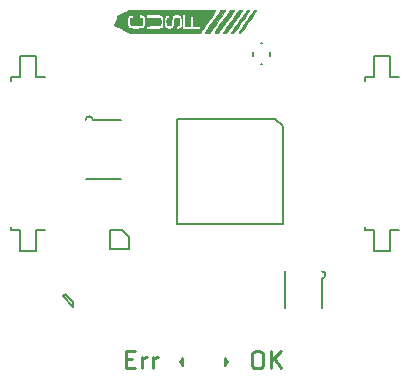
<source format=gto>
G04 #@! TF.FileFunction,Legend,Top*
%FSLAX46Y46*%
G04 Gerber Fmt 4.6, Leading zero omitted, Abs format (unit mm)*
G04 Created by KiCad (PCBNEW 4.1.0-alpha+201605071002+6776~44~ubuntu14.04.1-product) date Sun 26 Jun 2016 16:38:28 BST*
%MOMM*%
%LPD*%
G01*
G04 APERTURE LIST*
%ADD10C,0.100000*%
%ADD11C,0.250000*%
%ADD12C,0.150000*%
%ADD13C,1.588000*%
%ADD14C,2.100000*%
%ADD15R,0.300000X1.500000*%
%ADD16R,1.500000X0.300000*%
%ADD17R,2.220000X0.740000*%
%ADD18C,1.200000*%
%ADD19R,0.620000X0.620000*%
%ADD20R,0.200000X0.400000*%
%ADD21R,0.400000X0.200000*%
%ADD22R,0.350000X0.650000*%
%ADD23R,0.802000X0.802000*%
%ADD24R,0.950000X1.000000*%
%ADD25R,1.100000X0.600000*%
%ADD26R,0.850000X0.950000*%
%ADD27C,1.000000*%
%ADD28C,6.300000*%
%ADD29C,0.600000*%
G04 APERTURE END LIST*
D10*
D11*
X93350000Y-117392857D02*
X93850000Y-117392857D01*
X94064285Y-118178571D02*
X93350000Y-118178571D01*
X93350000Y-116678571D01*
X94064285Y-116678571D01*
X94707142Y-118178571D02*
X94707142Y-117178571D01*
X94707142Y-117464285D02*
X94778571Y-117321428D01*
X94850000Y-117250000D01*
X94992857Y-117178571D01*
X95135714Y-117178571D01*
X95635714Y-118178571D02*
X95635714Y-117178571D01*
X95635714Y-117464285D02*
X95707142Y-117321428D01*
X95778571Y-117250000D01*
X95921428Y-117178571D01*
X96064285Y-117178571D01*
X104307142Y-116678571D02*
X104592857Y-116678571D01*
X104735714Y-116750000D01*
X104878571Y-116892857D01*
X104950000Y-117178571D01*
X104950000Y-117678571D01*
X104878571Y-117964285D01*
X104735714Y-118107142D01*
X104592857Y-118178571D01*
X104307142Y-118178571D01*
X104164285Y-118107142D01*
X104021428Y-117964285D01*
X103950000Y-117678571D01*
X103950000Y-117178571D01*
X104021428Y-116892857D01*
X104164285Y-116750000D01*
X104307142Y-116678571D01*
X105592857Y-118178571D02*
X105592857Y-116678571D01*
X106450000Y-118178571D02*
X105807142Y-117321428D01*
X106450000Y-116678571D02*
X105592857Y-117535714D01*
D12*
X106569953Y-97658473D02*
X106569953Y-105958473D01*
X106569953Y-105958473D02*
X97669953Y-105958473D01*
X97669953Y-105958473D02*
X97669953Y-97058473D01*
X97669953Y-97058473D02*
X105969953Y-97058473D01*
X105969953Y-97058473D02*
X106569953Y-97658473D01*
X86450000Y-106465000D02*
X85685000Y-106465000D01*
X85685000Y-106465000D02*
X85685000Y-108245000D01*
X85685000Y-108245000D02*
X84315000Y-108245000D01*
X84315000Y-108245000D02*
X84315000Y-106465000D01*
X84315000Y-106465000D02*
X83550000Y-106465000D01*
X83550000Y-106465000D02*
X83550000Y-106165000D01*
X83550000Y-93835000D02*
X83550000Y-93535000D01*
X83550000Y-93535000D02*
X84315000Y-93535000D01*
X84315000Y-93535000D02*
X84315000Y-91755000D01*
X84315000Y-91755000D02*
X85685000Y-91755000D01*
X85685000Y-91755000D02*
X85685000Y-93535000D01*
X85685000Y-93535000D02*
X86450000Y-93535000D01*
X93550000Y-107050000D02*
X93550000Y-108050000D01*
X93550000Y-108050000D02*
X91950000Y-108050000D01*
X91950000Y-108050000D02*
X91950000Y-106450000D01*
X91950000Y-106450000D02*
X92950000Y-106450000D01*
X92950000Y-106450000D02*
X93550000Y-107050000D01*
X116450000Y-106465000D02*
X115685000Y-106465000D01*
X115685000Y-106465000D02*
X115685000Y-108245000D01*
X115685000Y-108245000D02*
X114315000Y-108245000D01*
X114315000Y-108245000D02*
X114315000Y-106465000D01*
X114315000Y-106465000D02*
X113550000Y-106465000D01*
X113550000Y-106465000D02*
X113550000Y-106165000D01*
X113550000Y-93835000D02*
X113550000Y-93535000D01*
X113550000Y-93535000D02*
X114315000Y-93535000D01*
X114315000Y-93535000D02*
X114315000Y-91755000D01*
X114315000Y-91755000D02*
X115685000Y-91755000D01*
X115685000Y-91755000D02*
X115685000Y-93535000D01*
X115685000Y-93535000D02*
X116450000Y-93535000D01*
X109900000Y-110550000D02*
X109900000Y-113050000D01*
X106800000Y-109950000D02*
X106800000Y-113050000D01*
X109900000Y-110550000D02*
G75*
G03X109900000Y-109950000I0J300000D01*
G01*
X97875000Y-117600000D02*
X98125000Y-117275000D01*
X97875000Y-117600000D02*
X98125000Y-117925000D01*
X98125000Y-117275000D02*
X98125000Y-117925000D01*
X101925000Y-117600000D02*
X101675000Y-117925000D01*
X101925000Y-117600000D02*
X101675000Y-117275000D01*
X101675000Y-117925000D02*
X101675000Y-117275000D01*
X90500000Y-97125000D02*
X92900000Y-97125000D01*
X89900000Y-102125000D02*
X92900000Y-102125000D01*
X90500000Y-97125000D02*
G75*
G03X89900000Y-97125000I-300000J0D01*
G01*
X104844953Y-90633473D02*
X104744953Y-90633473D01*
X105494953Y-91683473D02*
X105494953Y-91383473D01*
X104844953Y-92433473D02*
X104744953Y-92433473D01*
X104094953Y-91683473D02*
X104094953Y-91383473D01*
D10*
G36*
X104238875Y-87804264D02*
X104287746Y-87806634D01*
X104318489Y-87827477D01*
X104323000Y-87845158D01*
X104311207Y-87869879D01*
X104277355Y-87925792D01*
X104223733Y-88009457D01*
X104152633Y-88117437D01*
X104066343Y-88246293D01*
X103967155Y-88392586D01*
X103857357Y-88552879D01*
X103739240Y-88723733D01*
X103706240Y-88771200D01*
X103584672Y-88945473D01*
X103468944Y-89110662D01*
X103361580Y-89263210D01*
X103265108Y-89399560D01*
X103182054Y-89516156D01*
X103114943Y-89609441D01*
X103066302Y-89675858D01*
X103038657Y-89711851D01*
X103035530Y-89715458D01*
X102973875Y-89761704D01*
X102908989Y-89773666D01*
X102860576Y-89770200D01*
X102843531Y-89754380D01*
X102845565Y-89725712D01*
X102858810Y-89701117D01*
X102893668Y-89645893D01*
X102947387Y-89564029D01*
X103017211Y-89459512D01*
X103100388Y-89336331D01*
X103194163Y-89198474D01*
X103295783Y-89049930D01*
X103402495Y-88894686D01*
X103511543Y-88736730D01*
X103620175Y-88580052D01*
X103725637Y-88428639D01*
X103825175Y-88286479D01*
X103916035Y-88157560D01*
X103995464Y-88045872D01*
X104060707Y-87955402D01*
X104109012Y-87890138D01*
X104137623Y-87854068D01*
X104138770Y-87852791D01*
X104184882Y-87819830D01*
X104238875Y-87804264D01*
X104238875Y-87804264D01*
X104238875Y-87804264D01*
G37*
X104238875Y-87804264D02*
X104287746Y-87806634D01*
X104318489Y-87827477D01*
X104323000Y-87845158D01*
X104311207Y-87869879D01*
X104277355Y-87925792D01*
X104223733Y-88009457D01*
X104152633Y-88117437D01*
X104066343Y-88246293D01*
X103967155Y-88392586D01*
X103857357Y-88552879D01*
X103739240Y-88723733D01*
X103706240Y-88771200D01*
X103584672Y-88945473D01*
X103468944Y-89110662D01*
X103361580Y-89263210D01*
X103265108Y-89399560D01*
X103182054Y-89516156D01*
X103114943Y-89609441D01*
X103066302Y-89675858D01*
X103038657Y-89711851D01*
X103035530Y-89715458D01*
X102973875Y-89761704D01*
X102908989Y-89773666D01*
X102860576Y-89770200D01*
X102843531Y-89754380D01*
X102845565Y-89725712D01*
X102858810Y-89701117D01*
X102893668Y-89645893D01*
X102947387Y-89564029D01*
X103017211Y-89459512D01*
X103100388Y-89336331D01*
X103194163Y-89198474D01*
X103295783Y-89049930D01*
X103402495Y-88894686D01*
X103511543Y-88736730D01*
X103620175Y-88580052D01*
X103725637Y-88428639D01*
X103825175Y-88286479D01*
X103916035Y-88157560D01*
X103995464Y-88045872D01*
X104060707Y-87955402D01*
X104109012Y-87890138D01*
X104137623Y-87854068D01*
X104138770Y-87852791D01*
X104184882Y-87819830D01*
X104238875Y-87804264D01*
X104238875Y-87804264D01*
G36*
X103694801Y-87803252D02*
X103736726Y-87816566D01*
X103751500Y-87842747D01*
X103739695Y-87866928D01*
X103705795Y-87922329D01*
X103652075Y-88005553D01*
X103580809Y-88113203D01*
X103494270Y-88241882D01*
X103394732Y-88388194D01*
X103284469Y-88548741D01*
X103165756Y-88720127D01*
X103124494Y-88779372D01*
X103002236Y-88954397D01*
X102886186Y-89119999D01*
X102778802Y-89272711D01*
X102682539Y-89409064D01*
X102599853Y-89525590D01*
X102533202Y-89618820D01*
X102485041Y-89685286D01*
X102457826Y-89721520D01*
X102454055Y-89726041D01*
X102410728Y-89755331D01*
X102353450Y-89772459D01*
X102295206Y-89776654D01*
X102248978Y-89767148D01*
X102227751Y-89743166D01*
X102227500Y-89739492D01*
X102239257Y-89716685D01*
X102272714Y-89663234D01*
X102325147Y-89583073D01*
X102393835Y-89480136D01*
X102476054Y-89358359D01*
X102569082Y-89221674D01*
X102670196Y-89074018D01*
X102776674Y-88919323D01*
X102885792Y-88761524D01*
X102994828Y-88604556D01*
X103101060Y-88452353D01*
X103201765Y-88308849D01*
X103294219Y-88177979D01*
X103375701Y-88063676D01*
X103443488Y-87969876D01*
X103494856Y-87900512D01*
X103527085Y-87859520D01*
X103533151Y-87852791D01*
X103580230Y-87821953D01*
X103638374Y-87805244D01*
X103694801Y-87803252D01*
X103694801Y-87803252D01*
X103694801Y-87803252D01*
G37*
X103694801Y-87803252D02*
X103736726Y-87816566D01*
X103751500Y-87842747D01*
X103739695Y-87866928D01*
X103705795Y-87922329D01*
X103652075Y-88005553D01*
X103580809Y-88113203D01*
X103494270Y-88241882D01*
X103394732Y-88388194D01*
X103284469Y-88548741D01*
X103165756Y-88720127D01*
X103124494Y-88779372D01*
X103002236Y-88954397D01*
X102886186Y-89119999D01*
X102778802Y-89272711D01*
X102682539Y-89409064D01*
X102599853Y-89525590D01*
X102533202Y-89618820D01*
X102485041Y-89685286D01*
X102457826Y-89721520D01*
X102454055Y-89726041D01*
X102410728Y-89755331D01*
X102353450Y-89772459D01*
X102295206Y-89776654D01*
X102248978Y-89767148D01*
X102227751Y-89743166D01*
X102227500Y-89739492D01*
X102239257Y-89716685D01*
X102272714Y-89663234D01*
X102325147Y-89583073D01*
X102393835Y-89480136D01*
X102476054Y-89358359D01*
X102569082Y-89221674D01*
X102670196Y-89074018D01*
X102776674Y-88919323D01*
X102885792Y-88761524D01*
X102994828Y-88604556D01*
X103101060Y-88452353D01*
X103201765Y-88308849D01*
X103294219Y-88177979D01*
X103375701Y-88063676D01*
X103443488Y-87969876D01*
X103494856Y-87900512D01*
X103527085Y-87859520D01*
X103533151Y-87852791D01*
X103580230Y-87821953D01*
X103638374Y-87805244D01*
X103694801Y-87803252D01*
X103694801Y-87803252D01*
G36*
X103025960Y-87805166D02*
X103092050Y-87807396D01*
X103125823Y-87816383D01*
X103137161Y-87835577D01*
X103137667Y-87844144D01*
X103125859Y-87868606D01*
X103091954Y-87924274D01*
X103038228Y-88007742D01*
X102966958Y-88115605D01*
X102880421Y-88244457D01*
X102780891Y-88390891D01*
X102670647Y-88551501D01*
X102551965Y-88722882D01*
X102511651Y-88780769D01*
X102389432Y-88955708D01*
X102273358Y-89121253D01*
X102165897Y-89273926D01*
X102069514Y-89410252D01*
X101986676Y-89526754D01*
X101919850Y-89619954D01*
X101871503Y-89686377D01*
X101844102Y-89722544D01*
X101840346Y-89726962D01*
X101806540Y-89755611D01*
X101765392Y-89768768D01*
X101701774Y-89770376D01*
X101677904Y-89769295D01*
X101610443Y-89763838D01*
X101575413Y-89753820D01*
X101562911Y-89734935D01*
X101562059Y-89718919D01*
X101574166Y-89693421D01*
X101608120Y-89637446D01*
X101661161Y-89554968D01*
X101730532Y-89449960D01*
X101813472Y-89326394D01*
X101907225Y-89188244D01*
X102009030Y-89039481D01*
X102116130Y-88884080D01*
X102225765Y-88726011D01*
X102335178Y-88569249D01*
X102441609Y-88417767D01*
X102542300Y-88275536D01*
X102634492Y-88146529D01*
X102715426Y-88034720D01*
X102782344Y-87944081D01*
X102832487Y-87878585D01*
X102863097Y-87842205D01*
X102868881Y-87836946D01*
X102920395Y-87816884D01*
X102995912Y-87806086D01*
X103025960Y-87805166D01*
X103025960Y-87805166D01*
X103025960Y-87805166D01*
G37*
X103025960Y-87805166D02*
X103092050Y-87807396D01*
X103125823Y-87816383D01*
X103137161Y-87835577D01*
X103137667Y-87844144D01*
X103125859Y-87868606D01*
X103091954Y-87924274D01*
X103038228Y-88007742D01*
X102966958Y-88115605D01*
X102880421Y-88244457D01*
X102780891Y-88390891D01*
X102670647Y-88551501D01*
X102551965Y-88722882D01*
X102511651Y-88780769D01*
X102389432Y-88955708D01*
X102273358Y-89121253D01*
X102165897Y-89273926D01*
X102069514Y-89410252D01*
X101986676Y-89526754D01*
X101919850Y-89619954D01*
X101871503Y-89686377D01*
X101844102Y-89722544D01*
X101840346Y-89726962D01*
X101806540Y-89755611D01*
X101765392Y-89768768D01*
X101701774Y-89770376D01*
X101677904Y-89769295D01*
X101610443Y-89763838D01*
X101575413Y-89753820D01*
X101562911Y-89734935D01*
X101562059Y-89718919D01*
X101574166Y-89693421D01*
X101608120Y-89637446D01*
X101661161Y-89554968D01*
X101730532Y-89449960D01*
X101813472Y-89326394D01*
X101907225Y-89188244D01*
X102009030Y-89039481D01*
X102116130Y-88884080D01*
X102225765Y-88726011D01*
X102335178Y-88569249D01*
X102441609Y-88417767D01*
X102542300Y-88275536D01*
X102634492Y-88146529D01*
X102715426Y-88034720D01*
X102782344Y-87944081D01*
X102832487Y-87878585D01*
X102863097Y-87842205D01*
X102868881Y-87836946D01*
X102920395Y-87816884D01*
X102995912Y-87806086D01*
X103025960Y-87805166D01*
X103025960Y-87805166D01*
G36*
X102213405Y-87807801D02*
X102289997Y-87809588D01*
X102290272Y-87809600D01*
X102370389Y-87815907D01*
X102415715Y-87827238D01*
X102433683Y-87845589D01*
X102434339Y-87848281D01*
X102423757Y-87871465D01*
X102391054Y-87925895D01*
X102338476Y-88008198D01*
X102268269Y-88115000D01*
X102182678Y-88242930D01*
X102083947Y-88388613D01*
X101974322Y-88548677D01*
X101856048Y-88719750D01*
X101814408Y-88779614D01*
X101692031Y-88954744D01*
X101575523Y-89120435D01*
X101467378Y-89273210D01*
X101370093Y-89409592D01*
X101286161Y-89526105D01*
X101218078Y-89619272D01*
X101168339Y-89685617D01*
X101139438Y-89721662D01*
X101135211Y-89726041D01*
X101093263Y-89754890D01*
X101040578Y-89769427D01*
X100962070Y-89773653D01*
X100955655Y-89773666D01*
X100871067Y-89768312D01*
X100824355Y-89750441D01*
X100812216Y-89717346D01*
X100829290Y-89670094D01*
X100849033Y-89638586D01*
X100890191Y-89576971D01*
X100949854Y-89489398D01*
X101025113Y-89380015D01*
X101113058Y-89252972D01*
X101210780Y-89112416D01*
X101315370Y-88962496D01*
X101423918Y-88807362D01*
X101533514Y-88651161D01*
X101641250Y-88498042D01*
X101744215Y-88352155D01*
X101839501Y-88217647D01*
X101924198Y-88098666D01*
X101995396Y-87999363D01*
X102050187Y-87923885D01*
X102085661Y-87876381D01*
X102096937Y-87862517D01*
X102130826Y-87830447D01*
X102164998Y-87813481D01*
X102213405Y-87807801D01*
X102213405Y-87807801D01*
X102213405Y-87807801D01*
G37*
X102213405Y-87807801D02*
X102289997Y-87809588D01*
X102290272Y-87809600D01*
X102370389Y-87815907D01*
X102415715Y-87827238D01*
X102433683Y-87845589D01*
X102434339Y-87848281D01*
X102423757Y-87871465D01*
X102391054Y-87925895D01*
X102338476Y-88008198D01*
X102268269Y-88115000D01*
X102182678Y-88242930D01*
X102083947Y-88388613D01*
X101974322Y-88548677D01*
X101856048Y-88719750D01*
X101814408Y-88779614D01*
X101692031Y-88954744D01*
X101575523Y-89120435D01*
X101467378Y-89273210D01*
X101370093Y-89409592D01*
X101286161Y-89526105D01*
X101218078Y-89619272D01*
X101168339Y-89685617D01*
X101139438Y-89721662D01*
X101135211Y-89726041D01*
X101093263Y-89754890D01*
X101040578Y-89769427D01*
X100962070Y-89773653D01*
X100955655Y-89773666D01*
X100871067Y-89768312D01*
X100824355Y-89750441D01*
X100812216Y-89717346D01*
X100829290Y-89670094D01*
X100849033Y-89638586D01*
X100890191Y-89576971D01*
X100949854Y-89489398D01*
X101025113Y-89380015D01*
X101113058Y-89252972D01*
X101210780Y-89112416D01*
X101315370Y-88962496D01*
X101423918Y-88807362D01*
X101533514Y-88651161D01*
X101641250Y-88498042D01*
X101744215Y-88352155D01*
X101839501Y-88217647D01*
X101924198Y-88098666D01*
X101995396Y-87999363D01*
X102050187Y-87923885D01*
X102085661Y-87876381D01*
X102096937Y-87862517D01*
X102130826Y-87830447D01*
X102164998Y-87813481D01*
X102213405Y-87807801D01*
X102213405Y-87807801D01*
G36*
X101463004Y-87807545D02*
X101531445Y-87809584D01*
X101621917Y-87815569D01*
X101684698Y-87825530D01*
X101712798Y-87838315D01*
X101713391Y-87839576D01*
X101705780Y-87866946D01*
X101678623Y-87918923D01*
X101637173Y-87985805D01*
X101621655Y-88008909D01*
X101479206Y-88216356D01*
X101336717Y-88422688D01*
X101196486Y-88624657D01*
X101060811Y-88819017D01*
X100931988Y-89002519D01*
X100812316Y-89171917D01*
X100704091Y-89323963D01*
X100609612Y-89455410D01*
X100531175Y-89563010D01*
X100471078Y-89643516D01*
X100431619Y-89693680D01*
X100421796Y-89704875D01*
X100386494Y-89739572D01*
X100353934Y-89760073D01*
X100311636Y-89770102D01*
X100247124Y-89773385D01*
X100191348Y-89773666D01*
X100108540Y-89772930D01*
X100059385Y-89769045D01*
X100035205Y-89759501D01*
X100027325Y-89741787D01*
X100026812Y-89726041D01*
X100038643Y-89701830D01*
X100072108Y-89646984D01*
X100124471Y-89565490D01*
X100193000Y-89461329D01*
X100274959Y-89338486D01*
X100367614Y-89200945D01*
X100468231Y-89052688D01*
X100574075Y-88897699D01*
X100682413Y-88739963D01*
X100790509Y-88583462D01*
X100895630Y-88432180D01*
X100995042Y-88290101D01*
X101086008Y-88161209D01*
X101165797Y-88049486D01*
X101231672Y-87958917D01*
X101280900Y-87893485D01*
X101305949Y-87862500D01*
X101333609Y-87833451D01*
X101361543Y-87816359D01*
X101400943Y-87808600D01*
X101463004Y-87807545D01*
X101463004Y-87807545D01*
X101463004Y-87807545D01*
G37*
X101463004Y-87807545D02*
X101531445Y-87809584D01*
X101621917Y-87815569D01*
X101684698Y-87825530D01*
X101712798Y-87838315D01*
X101713391Y-87839576D01*
X101705780Y-87866946D01*
X101678623Y-87918923D01*
X101637173Y-87985805D01*
X101621655Y-88008909D01*
X101479206Y-88216356D01*
X101336717Y-88422688D01*
X101196486Y-88624657D01*
X101060811Y-88819017D01*
X100931988Y-89002519D01*
X100812316Y-89171917D01*
X100704091Y-89323963D01*
X100609612Y-89455410D01*
X100531175Y-89563010D01*
X100471078Y-89643516D01*
X100431619Y-89693680D01*
X100421796Y-89704875D01*
X100386494Y-89739572D01*
X100353934Y-89760073D01*
X100311636Y-89770102D01*
X100247124Y-89773385D01*
X100191348Y-89773666D01*
X100108540Y-89772930D01*
X100059385Y-89769045D01*
X100035205Y-89759501D01*
X100027325Y-89741787D01*
X100026812Y-89726041D01*
X100038643Y-89701830D01*
X100072108Y-89646984D01*
X100124471Y-89565490D01*
X100193000Y-89461329D01*
X100274959Y-89338486D01*
X100367614Y-89200945D01*
X100468231Y-89052688D01*
X100574075Y-88897699D01*
X100682413Y-88739963D01*
X100790509Y-88583462D01*
X100895630Y-88432180D01*
X100995042Y-88290101D01*
X101086008Y-88161209D01*
X101165797Y-88049486D01*
X101231672Y-87958917D01*
X101280900Y-87893485D01*
X101305949Y-87862500D01*
X101333609Y-87833451D01*
X101361543Y-87816359D01*
X101400943Y-87808600D01*
X101463004Y-87807545D01*
X101463004Y-87807545D01*
G36*
X93587874Y-87805046D02*
X97235645Y-87810398D01*
X97696080Y-87811078D01*
X98116045Y-87811723D01*
X98497406Y-87812357D01*
X98842026Y-87813005D01*
X99151770Y-87813689D01*
X99428502Y-87814436D01*
X99674087Y-87815270D01*
X99890388Y-87816214D01*
X100079271Y-87817293D01*
X100242598Y-87818531D01*
X100382235Y-87819953D01*
X100500047Y-87821583D01*
X100597896Y-87823445D01*
X100677648Y-87825564D01*
X100741166Y-87827964D01*
X100790315Y-87830670D01*
X100826960Y-87833705D01*
X100852965Y-87837094D01*
X100870193Y-87840862D01*
X100880509Y-87845032D01*
X100885778Y-87849629D01*
X100887864Y-87854678D01*
X100888380Y-87858083D01*
X100877381Y-87885457D01*
X100842682Y-87945353D01*
X100785439Y-88036026D01*
X100706807Y-88155729D01*
X100690463Y-88180027D01*
X94395833Y-88180027D01*
X94395833Y-88320680D01*
X94395833Y-88461333D01*
X94468539Y-88461333D01*
X94565783Y-88473339D01*
X94637782Y-88507165D01*
X94669894Y-88543933D01*
X94688846Y-88603433D01*
X94701361Y-88689921D01*
X94706794Y-88788453D01*
X94704495Y-88884081D01*
X94693820Y-88961859D01*
X94688763Y-88979847D01*
X94668484Y-89025411D01*
X94638681Y-89060016D01*
X94593854Y-89085128D01*
X94528501Y-89102211D01*
X94437120Y-89112730D01*
X94314210Y-89118149D01*
X94162690Y-89119910D01*
X93999848Y-89118068D01*
X93874828Y-89110808D01*
X93783364Y-89097258D01*
X93721188Y-89076542D01*
X93684034Y-89047786D01*
X93669590Y-89018890D01*
X93648050Y-88926724D01*
X93639607Y-88845144D01*
X93642626Y-88752324D01*
X93646416Y-88709786D01*
X93662503Y-88605810D01*
X93689568Y-88537549D01*
X93732440Y-88498832D01*
X93795950Y-88483490D01*
X93824333Y-88482500D01*
X93909000Y-88482500D01*
X93909000Y-88342019D01*
X93909000Y-88201537D01*
X93775752Y-88212233D01*
X93657841Y-88229419D01*
X93567074Y-88262690D01*
X93500415Y-88316524D01*
X93454829Y-88395395D01*
X93427282Y-88503781D01*
X93414739Y-88646158D01*
X93413145Y-88747083D01*
X93418981Y-88924376D01*
X93436939Y-89065316D01*
X93469090Y-89174670D01*
X93517503Y-89257207D01*
X93584249Y-89317697D01*
X93671399Y-89360908D01*
X93681163Y-89364409D01*
X93770234Y-89385027D01*
X93890487Y-89398139D01*
X94032268Y-89404111D01*
X94185918Y-89403308D01*
X94341780Y-89396096D01*
X94490198Y-89382841D01*
X94621514Y-89363909D01*
X94726071Y-89339663D01*
X94770990Y-89323155D01*
X94827881Y-89277635D01*
X94878321Y-89201517D01*
X94915206Y-89106533D01*
X94923547Y-89071267D01*
X94936948Y-88966129D01*
X94942825Y-88836832D01*
X94941193Y-88700871D01*
X94932068Y-88575741D01*
X94923028Y-88513273D01*
X94905396Y-88434720D01*
X94884531Y-88365164D01*
X94871044Y-88332323D01*
X94815934Y-88271085D01*
X94723307Y-88226019D01*
X94595103Y-88197951D01*
X94543390Y-88192397D01*
X94395833Y-88180027D01*
X100690463Y-88180027D01*
X100689217Y-88181880D01*
X94967333Y-88181880D01*
X94967333Y-88321607D01*
X94967333Y-88461333D01*
X95480625Y-88462255D01*
X95674004Y-88463350D01*
X95829581Y-88466161D01*
X95951868Y-88471128D01*
X96045378Y-88478692D01*
X96114623Y-88489291D01*
X96164114Y-88503368D01*
X96198364Y-88521360D01*
X96212947Y-88533688D01*
X96230743Y-88573297D01*
X96243029Y-88643479D01*
X96249787Y-88732857D01*
X96250996Y-88830053D01*
X96246638Y-88923692D01*
X96236692Y-89002396D01*
X96221141Y-89054790D01*
X96213853Y-89065339D01*
X96186242Y-89086428D01*
X96147101Y-89103157D01*
X96091788Y-89115992D01*
X96015658Y-89125403D01*
X95914069Y-89131857D01*
X95782376Y-89135821D01*
X95615936Y-89137764D01*
X95491208Y-89138162D01*
X94967333Y-89138666D01*
X94967333Y-89277927D01*
X94967333Y-89417187D01*
X95586458Y-89409824D01*
X95772457Y-89407258D01*
X95920933Y-89404279D01*
X96036695Y-89400602D01*
X96124553Y-89395941D01*
X96189317Y-89390011D01*
X96235797Y-89382527D01*
X96268802Y-89373205D01*
X96279667Y-89368735D01*
X96366172Y-89315076D01*
X96424558Y-89241206D01*
X96461423Y-89143971D01*
X96476079Y-89060895D01*
X96485338Y-88949429D01*
X96489073Y-88823186D01*
X96487155Y-88695781D01*
X96479456Y-88580829D01*
X96467508Y-88499417D01*
X96433412Y-88387934D01*
X96382303Y-88308738D01*
X96307779Y-88253131D01*
X96274648Y-88237493D01*
X96243022Y-88226085D01*
X96204537Y-88216941D01*
X96153987Y-88209713D01*
X96086169Y-88204050D01*
X95995879Y-88199604D01*
X95877913Y-88196026D01*
X95727067Y-88192966D01*
X95575875Y-88190609D01*
X94967333Y-88181880D01*
X100689217Y-88181880D01*
X100686334Y-88186166D01*
X98311667Y-88186166D01*
X98195250Y-88186166D01*
X98078833Y-88186166D01*
X98078833Y-88197115D01*
X97587994Y-88197115D01*
X97472183Y-88203656D01*
X97372717Y-88223964D01*
X97300686Y-88256465D01*
X97289188Y-88265481D01*
X97248123Y-88314367D01*
X97216583Y-88382767D01*
X97192456Y-88477508D01*
X97173629Y-88605413D01*
X97168175Y-88656498D01*
X97152912Y-88806977D01*
X97139419Y-88920529D01*
X97125284Y-89002353D01*
X97108091Y-89057646D01*
X97085428Y-89091609D01*
X97054878Y-89109440D01*
X97014029Y-89116337D01*
X96960466Y-89117499D01*
X96954096Y-89117500D01*
X96864702Y-89112103D01*
X96807112Y-89091271D01*
X96771652Y-89048039D01*
X96748651Y-88975444D01*
X96747134Y-88968510D01*
X96725757Y-88820478D01*
X96729486Y-88697583D01*
X96757354Y-88602491D01*
X96808394Y-88537871D01*
X96881640Y-88506387D01*
X96915662Y-88503666D01*
X96937876Y-88499201D01*
X96950361Y-88479656D01*
X96955831Y-88435809D01*
X96957000Y-88363122D01*
X96957000Y-88222577D01*
X96836537Y-88235010D01*
X96725687Y-88257878D01*
X96644030Y-88304022D01*
X96582049Y-88379576D01*
X96565417Y-88409782D01*
X96548326Y-88448697D01*
X96536474Y-88492281D01*
X96528949Y-88548938D01*
X96524839Y-88627072D01*
X96523233Y-88735086D01*
X96523083Y-88800000D01*
X96525444Y-88959770D01*
X96533750Y-89083352D01*
X96549840Y-89176693D01*
X96575549Y-89245739D01*
X96612715Y-89296435D01*
X96663176Y-89334729D01*
X96693231Y-89350727D01*
X96782892Y-89379266D01*
X96896213Y-89394622D01*
X97016480Y-89396345D01*
X97126980Y-89383984D01*
X97195691Y-89364255D01*
X97247839Y-89333540D01*
X97289685Y-89286499D01*
X97322813Y-89218299D01*
X97348809Y-89124106D01*
X97369258Y-88999089D01*
X97385746Y-88838415D01*
X97391212Y-88768250D01*
X97400713Y-88677177D01*
X97414132Y-88597867D01*
X97429116Y-88543090D01*
X97434890Y-88531114D01*
X97483547Y-88490093D01*
X97554864Y-88469739D01*
X97635973Y-88468947D01*
X97714006Y-88486616D01*
X97776094Y-88521643D01*
X97806237Y-88562941D01*
X97814865Y-88608032D01*
X97820419Y-88683261D01*
X97822242Y-88776501D01*
X97821182Y-88838948D01*
X97817238Y-88938850D01*
X97811643Y-89005550D01*
X97802394Y-89048175D01*
X97787487Y-89075856D01*
X97764919Y-89097722D01*
X97764280Y-89098240D01*
X97707153Y-89127043D01*
X97642572Y-89138666D01*
X97570833Y-89138666D01*
X97570833Y-89278689D01*
X97570833Y-89418711D01*
X97692542Y-89403806D01*
X97826813Y-89376386D01*
X97923017Y-89331520D01*
X97981796Y-89268901D01*
X97984547Y-89263802D01*
X98015496Y-89177218D01*
X98037966Y-89059589D01*
X98051165Y-88921502D01*
X98054299Y-88773543D01*
X98046573Y-88626296D01*
X98037871Y-88552631D01*
X98011923Y-88425979D01*
X97972326Y-88334494D01*
X97912917Y-88271677D01*
X97827532Y-88231029D01*
X97710007Y-88206049D01*
X97709059Y-88205914D01*
X97587994Y-88197115D01*
X98078833Y-88197115D01*
X98078833Y-88800000D01*
X98078833Y-89413833D01*
X98830250Y-89413833D01*
X99581667Y-89413833D01*
X99581667Y-89276250D01*
X99581667Y-89138666D01*
X99274750Y-89138666D01*
X98967833Y-89138666D01*
X98967833Y-88725916D01*
X98967833Y-88313166D01*
X98851417Y-88313166D01*
X98735000Y-88313166D01*
X98735000Y-88725916D01*
X98735000Y-89138666D01*
X98523333Y-89138666D01*
X98311667Y-89138666D01*
X98311667Y-88662416D01*
X98311667Y-88186166D01*
X100686334Y-88186166D01*
X100607942Y-88302715D01*
X100489998Y-88475239D01*
X100354132Y-88671553D01*
X100279316Y-88778833D01*
X100157837Y-88952243D01*
X100042206Y-89116585D01*
X99934969Y-89268291D01*
X99838670Y-89403793D01*
X99755855Y-89519525D01*
X99689068Y-89611920D01*
X99640855Y-89677409D01*
X99613760Y-89712426D01*
X99611100Y-89715458D01*
X99556911Y-89773666D01*
X96584085Y-89773666D01*
X93611259Y-89773666D01*
X93500838Y-89718779D01*
X93458055Y-89696427D01*
X93383001Y-89656026D01*
X93280374Y-89600150D01*
X93154871Y-89531376D01*
X93011192Y-89452280D01*
X92854032Y-89365439D01*
X92688091Y-89273428D01*
X92643411Y-89248599D01*
X92454043Y-89143033D01*
X92298753Y-89055703D01*
X92174405Y-88984669D01*
X92077862Y-88927988D01*
X92005986Y-88883721D01*
X91955641Y-88849927D01*
X91923689Y-88824663D01*
X91906994Y-88805990D01*
X91902420Y-88791966D01*
X91902577Y-88790196D01*
X91914387Y-88772236D01*
X91947671Y-88744103D01*
X92004973Y-88704191D01*
X92088838Y-88650892D01*
X92201809Y-88582602D01*
X92346430Y-88497712D01*
X92525245Y-88394617D01*
X92564917Y-88371912D01*
X92725974Y-88280084D01*
X92883485Y-88190758D01*
X93031663Y-88107182D01*
X93164721Y-88032602D01*
X93276872Y-87970265D01*
X93362329Y-87923418D01*
X93404479Y-87900893D01*
X93587874Y-87805046D01*
X93587874Y-87805046D01*
X93587874Y-87805046D01*
G37*
X93587874Y-87805046D02*
X97235645Y-87810398D01*
X97696080Y-87811078D01*
X98116045Y-87811723D01*
X98497406Y-87812357D01*
X98842026Y-87813005D01*
X99151770Y-87813689D01*
X99428502Y-87814436D01*
X99674087Y-87815270D01*
X99890388Y-87816214D01*
X100079271Y-87817293D01*
X100242598Y-87818531D01*
X100382235Y-87819953D01*
X100500047Y-87821583D01*
X100597896Y-87823445D01*
X100677648Y-87825564D01*
X100741166Y-87827964D01*
X100790315Y-87830670D01*
X100826960Y-87833705D01*
X100852965Y-87837094D01*
X100870193Y-87840862D01*
X100880509Y-87845032D01*
X100885778Y-87849629D01*
X100887864Y-87854678D01*
X100888380Y-87858083D01*
X100877381Y-87885457D01*
X100842682Y-87945353D01*
X100785439Y-88036026D01*
X100706807Y-88155729D01*
X100690463Y-88180027D01*
X94395833Y-88180027D01*
X94395833Y-88320680D01*
X94395833Y-88461333D01*
X94468539Y-88461333D01*
X94565783Y-88473339D01*
X94637782Y-88507165D01*
X94669894Y-88543933D01*
X94688846Y-88603433D01*
X94701361Y-88689921D01*
X94706794Y-88788453D01*
X94704495Y-88884081D01*
X94693820Y-88961859D01*
X94688763Y-88979847D01*
X94668484Y-89025411D01*
X94638681Y-89060016D01*
X94593854Y-89085128D01*
X94528501Y-89102211D01*
X94437120Y-89112730D01*
X94314210Y-89118149D01*
X94162690Y-89119910D01*
X93999848Y-89118068D01*
X93874828Y-89110808D01*
X93783364Y-89097258D01*
X93721188Y-89076542D01*
X93684034Y-89047786D01*
X93669590Y-89018890D01*
X93648050Y-88926724D01*
X93639607Y-88845144D01*
X93642626Y-88752324D01*
X93646416Y-88709786D01*
X93662503Y-88605810D01*
X93689568Y-88537549D01*
X93732440Y-88498832D01*
X93795950Y-88483490D01*
X93824333Y-88482500D01*
X93909000Y-88482500D01*
X93909000Y-88342019D01*
X93909000Y-88201537D01*
X93775752Y-88212233D01*
X93657841Y-88229419D01*
X93567074Y-88262690D01*
X93500415Y-88316524D01*
X93454829Y-88395395D01*
X93427282Y-88503781D01*
X93414739Y-88646158D01*
X93413145Y-88747083D01*
X93418981Y-88924376D01*
X93436939Y-89065316D01*
X93469090Y-89174670D01*
X93517503Y-89257207D01*
X93584249Y-89317697D01*
X93671399Y-89360908D01*
X93681163Y-89364409D01*
X93770234Y-89385027D01*
X93890487Y-89398139D01*
X94032268Y-89404111D01*
X94185918Y-89403308D01*
X94341780Y-89396096D01*
X94490198Y-89382841D01*
X94621514Y-89363909D01*
X94726071Y-89339663D01*
X94770990Y-89323155D01*
X94827881Y-89277635D01*
X94878321Y-89201517D01*
X94915206Y-89106533D01*
X94923547Y-89071267D01*
X94936948Y-88966129D01*
X94942825Y-88836832D01*
X94941193Y-88700871D01*
X94932068Y-88575741D01*
X94923028Y-88513273D01*
X94905396Y-88434720D01*
X94884531Y-88365164D01*
X94871044Y-88332323D01*
X94815934Y-88271085D01*
X94723307Y-88226019D01*
X94595103Y-88197951D01*
X94543390Y-88192397D01*
X94395833Y-88180027D01*
X100690463Y-88180027D01*
X100689217Y-88181880D01*
X94967333Y-88181880D01*
X94967333Y-88321607D01*
X94967333Y-88461333D01*
X95480625Y-88462255D01*
X95674004Y-88463350D01*
X95829581Y-88466161D01*
X95951868Y-88471128D01*
X96045378Y-88478692D01*
X96114623Y-88489291D01*
X96164114Y-88503368D01*
X96198364Y-88521360D01*
X96212947Y-88533688D01*
X96230743Y-88573297D01*
X96243029Y-88643479D01*
X96249787Y-88732857D01*
X96250996Y-88830053D01*
X96246638Y-88923692D01*
X96236692Y-89002396D01*
X96221141Y-89054790D01*
X96213853Y-89065339D01*
X96186242Y-89086428D01*
X96147101Y-89103157D01*
X96091788Y-89115992D01*
X96015658Y-89125403D01*
X95914069Y-89131857D01*
X95782376Y-89135821D01*
X95615936Y-89137764D01*
X95491208Y-89138162D01*
X94967333Y-89138666D01*
X94967333Y-89277927D01*
X94967333Y-89417187D01*
X95586458Y-89409824D01*
X95772457Y-89407258D01*
X95920933Y-89404279D01*
X96036695Y-89400602D01*
X96124553Y-89395941D01*
X96189317Y-89390011D01*
X96235797Y-89382527D01*
X96268802Y-89373205D01*
X96279667Y-89368735D01*
X96366172Y-89315076D01*
X96424558Y-89241206D01*
X96461423Y-89143971D01*
X96476079Y-89060895D01*
X96485338Y-88949429D01*
X96489073Y-88823186D01*
X96487155Y-88695781D01*
X96479456Y-88580829D01*
X96467508Y-88499417D01*
X96433412Y-88387934D01*
X96382303Y-88308738D01*
X96307779Y-88253131D01*
X96274648Y-88237493D01*
X96243022Y-88226085D01*
X96204537Y-88216941D01*
X96153987Y-88209713D01*
X96086169Y-88204050D01*
X95995879Y-88199604D01*
X95877913Y-88196026D01*
X95727067Y-88192966D01*
X95575875Y-88190609D01*
X94967333Y-88181880D01*
X100689217Y-88181880D01*
X100686334Y-88186166D01*
X98311667Y-88186166D01*
X98195250Y-88186166D01*
X98078833Y-88186166D01*
X98078833Y-88197115D01*
X97587994Y-88197115D01*
X97472183Y-88203656D01*
X97372717Y-88223964D01*
X97300686Y-88256465D01*
X97289188Y-88265481D01*
X97248123Y-88314367D01*
X97216583Y-88382767D01*
X97192456Y-88477508D01*
X97173629Y-88605413D01*
X97168175Y-88656498D01*
X97152912Y-88806977D01*
X97139419Y-88920529D01*
X97125284Y-89002353D01*
X97108091Y-89057646D01*
X97085428Y-89091609D01*
X97054878Y-89109440D01*
X97014029Y-89116337D01*
X96960466Y-89117499D01*
X96954096Y-89117500D01*
X96864702Y-89112103D01*
X96807112Y-89091271D01*
X96771652Y-89048039D01*
X96748651Y-88975444D01*
X96747134Y-88968510D01*
X96725757Y-88820478D01*
X96729486Y-88697583D01*
X96757354Y-88602491D01*
X96808394Y-88537871D01*
X96881640Y-88506387D01*
X96915662Y-88503666D01*
X96937876Y-88499201D01*
X96950361Y-88479656D01*
X96955831Y-88435809D01*
X96957000Y-88363122D01*
X96957000Y-88222577D01*
X96836537Y-88235010D01*
X96725687Y-88257878D01*
X96644030Y-88304022D01*
X96582049Y-88379576D01*
X96565417Y-88409782D01*
X96548326Y-88448697D01*
X96536474Y-88492281D01*
X96528949Y-88548938D01*
X96524839Y-88627072D01*
X96523233Y-88735086D01*
X96523083Y-88800000D01*
X96525444Y-88959770D01*
X96533750Y-89083352D01*
X96549840Y-89176693D01*
X96575549Y-89245739D01*
X96612715Y-89296435D01*
X96663176Y-89334729D01*
X96693231Y-89350727D01*
X96782892Y-89379266D01*
X96896213Y-89394622D01*
X97016480Y-89396345D01*
X97126980Y-89383984D01*
X97195691Y-89364255D01*
X97247839Y-89333540D01*
X97289685Y-89286499D01*
X97322813Y-89218299D01*
X97348809Y-89124106D01*
X97369258Y-88999089D01*
X97385746Y-88838415D01*
X97391212Y-88768250D01*
X97400713Y-88677177D01*
X97414132Y-88597867D01*
X97429116Y-88543090D01*
X97434890Y-88531114D01*
X97483547Y-88490093D01*
X97554864Y-88469739D01*
X97635973Y-88468947D01*
X97714006Y-88486616D01*
X97776094Y-88521643D01*
X97806237Y-88562941D01*
X97814865Y-88608032D01*
X97820419Y-88683261D01*
X97822242Y-88776501D01*
X97821182Y-88838948D01*
X97817238Y-88938850D01*
X97811643Y-89005550D01*
X97802394Y-89048175D01*
X97787487Y-89075856D01*
X97764919Y-89097722D01*
X97764280Y-89098240D01*
X97707153Y-89127043D01*
X97642572Y-89138666D01*
X97570833Y-89138666D01*
X97570833Y-89278689D01*
X97570833Y-89418711D01*
X97692542Y-89403806D01*
X97826813Y-89376386D01*
X97923017Y-89331520D01*
X97981796Y-89268901D01*
X97984547Y-89263802D01*
X98015496Y-89177218D01*
X98037966Y-89059589D01*
X98051165Y-88921502D01*
X98054299Y-88773543D01*
X98046573Y-88626296D01*
X98037871Y-88552631D01*
X98011923Y-88425979D01*
X97972326Y-88334494D01*
X97912917Y-88271677D01*
X97827532Y-88231029D01*
X97710007Y-88206049D01*
X97709059Y-88205914D01*
X97587994Y-88197115D01*
X98078833Y-88197115D01*
X98078833Y-88800000D01*
X98078833Y-89413833D01*
X98830250Y-89413833D01*
X99581667Y-89413833D01*
X99581667Y-89276250D01*
X99581667Y-89138666D01*
X99274750Y-89138666D01*
X98967833Y-89138666D01*
X98967833Y-88725916D01*
X98967833Y-88313166D01*
X98851417Y-88313166D01*
X98735000Y-88313166D01*
X98735000Y-88725916D01*
X98735000Y-89138666D01*
X98523333Y-89138666D01*
X98311667Y-89138666D01*
X98311667Y-88662416D01*
X98311667Y-88186166D01*
X100686334Y-88186166D01*
X100607942Y-88302715D01*
X100489998Y-88475239D01*
X100354132Y-88671553D01*
X100279316Y-88778833D01*
X100157837Y-88952243D01*
X100042206Y-89116585D01*
X99934969Y-89268291D01*
X99838670Y-89403793D01*
X99755855Y-89519525D01*
X99689068Y-89611920D01*
X99640855Y-89677409D01*
X99613760Y-89712426D01*
X99611100Y-89715458D01*
X99556911Y-89773666D01*
X96584085Y-89773666D01*
X93611259Y-89773666D01*
X93500838Y-89718779D01*
X93458055Y-89696427D01*
X93383001Y-89656026D01*
X93280374Y-89600150D01*
X93154871Y-89531376D01*
X93011192Y-89452280D01*
X92854032Y-89365439D01*
X92688091Y-89273428D01*
X92643411Y-89248599D01*
X92454043Y-89143033D01*
X92298753Y-89055703D01*
X92174405Y-88984669D01*
X92077862Y-88927988D01*
X92005986Y-88883721D01*
X91955641Y-88849927D01*
X91923689Y-88824663D01*
X91906994Y-88805990D01*
X91902420Y-88791966D01*
X91902577Y-88790196D01*
X91914387Y-88772236D01*
X91947671Y-88744103D01*
X92004973Y-88704191D01*
X92088838Y-88650892D01*
X92201809Y-88582602D01*
X92346430Y-88497712D01*
X92525245Y-88394617D01*
X92564917Y-88371912D01*
X92725974Y-88280084D01*
X92883485Y-88190758D01*
X93031663Y-88107182D01*
X93164721Y-88032602D01*
X93276872Y-87970265D01*
X93362329Y-87923418D01*
X93404479Y-87900893D01*
X93587874Y-87805046D01*
X93587874Y-87805046D01*
D12*
X88859013Y-112548094D02*
X88859013Y-112548094D01*
X88859013Y-112548094D02*
X88151906Y-111840987D01*
X88151906Y-111840987D02*
X87960987Y-112031906D01*
X87960987Y-112031906D02*
X88859013Y-112929932D01*
X88859013Y-112929932D02*
X88859013Y-112548094D01*
%LPC*%
D13*
X100250000Y-113350000D03*
X108250000Y-86650000D03*
D14*
X104250000Y-113850000D03*
X112250000Y-113850000D03*
X96250000Y-113850000D03*
X96250000Y-86150000D03*
X104250000Y-86150000D03*
X112250000Y-86150000D03*
D15*
X105869953Y-95808473D03*
X105369953Y-95808473D03*
X104869953Y-95808473D03*
X104369953Y-95808473D03*
X103869953Y-95808473D03*
X103369953Y-95808473D03*
X102869953Y-95808473D03*
X102369953Y-95808473D03*
X101869953Y-95808473D03*
X101369953Y-95808473D03*
X100869953Y-95808473D03*
X100369953Y-95808473D03*
X99869953Y-95808473D03*
X99369953Y-95808473D03*
X98869953Y-95808473D03*
X98369953Y-95808473D03*
D16*
X96419953Y-97758473D03*
X96419953Y-98258473D03*
X96419953Y-98758473D03*
X96419953Y-99258473D03*
X96419953Y-99758473D03*
X96419953Y-100258473D03*
X96419953Y-100758473D03*
X96419953Y-101258473D03*
X96419953Y-101758473D03*
X96419953Y-102258473D03*
X96419953Y-102758473D03*
X96419953Y-103258473D03*
X96419953Y-103758473D03*
X96419953Y-104258473D03*
X96419953Y-104758473D03*
X96419953Y-105258473D03*
D15*
X98369953Y-107208473D03*
X98869953Y-107208473D03*
X99369953Y-107208473D03*
X99869953Y-107208473D03*
X100369953Y-107208473D03*
X100869953Y-107208473D03*
X101369953Y-107208473D03*
X101869953Y-107208473D03*
X102369953Y-107208473D03*
X102869953Y-107208473D03*
X103369953Y-107208473D03*
X103869953Y-107208473D03*
X104369953Y-107208473D03*
X104869953Y-107208473D03*
X105369953Y-107208473D03*
X105869953Y-107208473D03*
D16*
X107819953Y-105258473D03*
X107819953Y-104758473D03*
X107819953Y-104258473D03*
X107819953Y-103758473D03*
X107819953Y-103258473D03*
X107819953Y-102758473D03*
X107819953Y-102258473D03*
X107819953Y-101758473D03*
X107819953Y-101258473D03*
X107819953Y-100758473D03*
X107819953Y-100258473D03*
X107819953Y-99758473D03*
X107819953Y-99258473D03*
X107819953Y-98758473D03*
X107819953Y-98258473D03*
X107819953Y-97758473D03*
D17*
X86365000Y-94285000D03*
X83635000Y-94285000D03*
X86365000Y-95555000D03*
X83635000Y-95555000D03*
X86365000Y-96825000D03*
X83635000Y-96825000D03*
X86365000Y-98095000D03*
X83635000Y-98095000D03*
X86365000Y-99365000D03*
X83635000Y-99365000D03*
X86365000Y-100635000D03*
X83635000Y-100635000D03*
X86365000Y-101905000D03*
X83635000Y-101905000D03*
X86365000Y-103175000D03*
X83635000Y-103175000D03*
X86365000Y-104445000D03*
X83635000Y-104445000D03*
X86365000Y-105715000D03*
X83635000Y-105715000D03*
D18*
X85000000Y-107305000D03*
X85000000Y-92695000D03*
D19*
X97550000Y-116200000D03*
X98450000Y-116200000D03*
D20*
X93750000Y-105750000D03*
X93350000Y-105750000D03*
X92950000Y-105750000D03*
X92550000Y-105750000D03*
X92150000Y-105750000D03*
X91750000Y-105750000D03*
D21*
X91250000Y-106250000D03*
X91250000Y-106650000D03*
X91250000Y-107050000D03*
X91250000Y-107450000D03*
X91250000Y-107850000D03*
X91250000Y-108250000D03*
D20*
X91750000Y-108750000D03*
X92150000Y-108750000D03*
X92550000Y-108750000D03*
X92950000Y-108750000D03*
X93350000Y-108750000D03*
X93750000Y-108750000D03*
D21*
X94250000Y-108250000D03*
X94250000Y-107850000D03*
X94250000Y-107450000D03*
X94250000Y-107050000D03*
X94250000Y-106650000D03*
X94250000Y-106250000D03*
D19*
X94100000Y-109850000D03*
X93200000Y-109850000D03*
D17*
X116365000Y-94285000D03*
X113635000Y-94285000D03*
X116365000Y-95555000D03*
X113635000Y-95555000D03*
X116365000Y-96825000D03*
X113635000Y-96825000D03*
X116365000Y-98095000D03*
X113635000Y-98095000D03*
X116365000Y-99365000D03*
X113635000Y-99365000D03*
X116365000Y-100635000D03*
X113635000Y-100635000D03*
X116365000Y-101905000D03*
X113635000Y-101905000D03*
X116365000Y-103175000D03*
X113635000Y-103175000D03*
X116365000Y-104445000D03*
X113635000Y-104445000D03*
X116365000Y-105715000D03*
X113635000Y-105715000D03*
D18*
X115000000Y-107305000D03*
X115000000Y-92695000D03*
D22*
X109325000Y-109950000D03*
X108675000Y-109950000D03*
X108025000Y-109950000D03*
X107375000Y-109950000D03*
X107375000Y-113050000D03*
X108025000Y-113050000D03*
X108675000Y-113050000D03*
X109325000Y-113050000D03*
D23*
X108950000Y-111500000D03*
X107750000Y-111500000D03*
D19*
X99319953Y-93508473D03*
X98419953Y-93508473D03*
X99319953Y-92008473D03*
X98419953Y-92008473D03*
X93000000Y-94750000D03*
X93000000Y-95650000D03*
X94600000Y-94750000D03*
X94600000Y-95650000D03*
X90150000Y-106025000D03*
X89250000Y-106025000D03*
X89250000Y-104800000D03*
X90150000Y-104800000D03*
X107119953Y-91008473D03*
X107119953Y-91908473D03*
X104219953Y-89008473D03*
X105119953Y-89008473D03*
X92500000Y-103300000D03*
X92500000Y-104200000D03*
X109850000Y-97800000D03*
X109850000Y-96900000D03*
X104500000Y-110025000D03*
X105400000Y-110025000D03*
X102950000Y-109525000D03*
X102950000Y-110425000D03*
X94250000Y-104200000D03*
X94250000Y-103300000D03*
X109800000Y-108250000D03*
X110700000Y-108250000D03*
X90750000Y-95750000D03*
X89850000Y-95750000D03*
D24*
X97200000Y-117600000D03*
X98800000Y-117600000D03*
X102600000Y-117600000D03*
X101000000Y-117600000D03*
D25*
X90300000Y-97750000D03*
X90300000Y-99000000D03*
X90300000Y-100250000D03*
X90300000Y-101500000D03*
X92500000Y-101500000D03*
X92500000Y-100250000D03*
X92500000Y-99000000D03*
X92500000Y-97750000D03*
D19*
X102369953Y-91058473D03*
X102369953Y-91958473D03*
X102250000Y-116200000D03*
X101350000Y-116200000D03*
D26*
X105369953Y-92258473D03*
X105369953Y-90808473D03*
X104219953Y-90808473D03*
X104219953Y-92258473D03*
D27*
X88654944Y-108789079D02*
X88831720Y-108612303D01*
X91801569Y-111935704D02*
X91978345Y-111758928D01*
X84924955Y-109761351D02*
X85561351Y-109124955D01*
X90829297Y-115665693D02*
X91465693Y-115029297D01*
D28*
X89580000Y-87380000D03*
D29*
X89580000Y-84880000D03*
X92080000Y-87380000D03*
X89580000Y-89880000D03*
X87080000Y-87380000D03*
X87780000Y-85580000D03*
X91380000Y-85580000D03*
X87780000Y-89180000D03*
X91380000Y-89180000D03*
D19*
X108700000Y-115000000D03*
X107800000Y-115000000D03*
D10*
G36*
X89417627Y-111777348D02*
X89629759Y-111989480D01*
X89127713Y-112491526D01*
X88915581Y-112279394D01*
X89417627Y-111777348D01*
X89417627Y-111777348D01*
G37*
G36*
X89064074Y-111423794D02*
X89276206Y-111635926D01*
X88774160Y-112137972D01*
X88562028Y-111925840D01*
X89064074Y-111423794D01*
X89064074Y-111423794D01*
G37*
G36*
X88710520Y-111070241D02*
X88922652Y-111282373D01*
X88420606Y-111784419D01*
X88208474Y-111572287D01*
X88710520Y-111070241D01*
X88710520Y-111070241D01*
G37*
G36*
X87692287Y-112088474D02*
X87904419Y-112300606D01*
X87402373Y-112802652D01*
X87190241Y-112590520D01*
X87692287Y-112088474D01*
X87692287Y-112088474D01*
G37*
G36*
X88045840Y-112442028D02*
X88257972Y-112654160D01*
X87755926Y-113156206D01*
X87543794Y-112944074D01*
X88045840Y-112442028D01*
X88045840Y-112442028D01*
G37*
G36*
X88399394Y-112795581D02*
X88611526Y-113007713D01*
X88109480Y-113509759D01*
X87897348Y-113297627D01*
X88399394Y-112795581D01*
X88399394Y-112795581D01*
G37*
M02*

</source>
